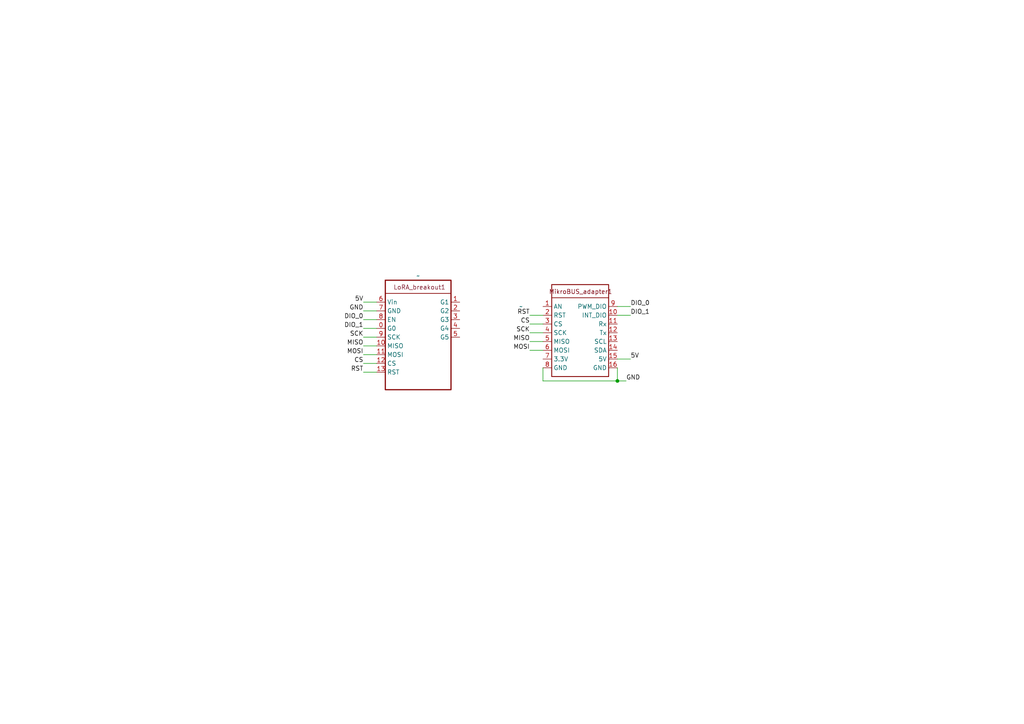
<source format=kicad_sch>
(kicad_sch (version 20231120) (generator "eeschema") (generator_version "8.0")
  (paper "A4")
  (lib_symbols
    (symbol "Custom_SKAI:LoRA_breakout"
      (property "Reference" "LoRA_breakout" (at -0.254 0.508 0))
      (symbol "LoRA_breakout_1_1"
        (rectangle (start -10.16 2.54) (end 8.89 -29.21) (stroke (width 0.3302)))
        (polyline (pts (xy 8.89 -1.27) (xy -10.16 -1.27)) (stroke (width 0.2032)))
        (pin bidirectional line (at -12.7 -11.43 0) (length 2.54) (name "G0") (number "0"))
        (pin bidirectional line (at 11.43 -3.81 180) (length 2.54) (name "G1") (number "1"))
        (pin free line (at -12.7 -16.51 0) (length 2.54) (name "MISO") (number "10"))
        (pin free line (at -12.7 -19.05 0) (length 2.54) (name "MOSI") (number "11"))
        (pin input line (at -12.7 -21.59 0) (length 2.54) (name "CS") (number "12"))
        (pin free line (at -12.7 -24.13 0) (length 2.54) (name "RST") (number "13"))
        (pin bidirectional line (at 11.43 -6.35 180) (length 2.54) (name "G2") (number "2"))
        (pin bidirectional line (at 11.43 -8.89 180) (length 2.54) (name "G3") (number "3"))
        (pin bidirectional line (at 11.43 -11.43 180) (length 2.54) (name "G4") (number "4"))
        (pin bidirectional line (at 11.43 -13.97 180) (length 2.54) (name "G5") (number "5"))
        (pin power_in line (at -12.7 -3.81 0) (length 2.54) (name "Vin") (number "6"))
        (pin passive line (at -12.7 -6.35 0) (length 2.54) (name "GND") (number "7"))
        (pin free line (at -12.7 -8.89 0) (length 2.54) (name "EN") (number "8"))
        (pin input line (at -12.7 -13.97 0) (length 2.54) (name "SCK") (number "9"))
      )
    )
    (symbol "Custom_SKAI:MikroBUS"
      (property "Reference" "MikroBUS_S" (at -0.508 11.938 0))
      (symbol "MikroBUS_1_1"
        (rectangle (start -8.89 13.97) (end 7.62 -12.7) (stroke (width 0.254)))
        (polyline (pts (xy -8.89 10.16) (xy 7.62 10.16)) (stroke (width 0.2032)))
        (pin bidirectional line (at -11.43 7.62 0) (length 2.54) (name "AN") (number "1"))
        (pin input line (at 10.16 5.08 180) (length 2.54) (name "INT_DIO") (number "10"))
        (pin input line (at 10.16 2.54 180) (length 2.54) (name "Rx") (number "11"))
        (pin output line (at 10.16 0 180) (length 2.54) (name "Tx") (number "12"))
        (pin input line (at 10.16 -2.54 180) (length 2.54) (name "SCL") (number "13"))
        (pin bidirectional line (at 10.16 -5.08 180) (length 2.54) (name "SDA") (number "14"))
        (pin input line (at 10.16 -7.62 180) (length 2.54) (name "5V") (number "15"))
        (pin free line (at 10.16 -10.16 180) (length 2.54) (name "GND") (number "16"))
        (pin input line (at -11.43 5.08 0) (length 2.54) (name "RST") (number "2"))
        (pin input line (at -11.43 2.54 0) (length 2.54) (name "CS") (number "3"))
        (pin input line (at -11.43 0 0) (length 2.54) (name "SCK") (number "4"))
        (pin output line (at -11.43 -2.54 0) (length 2.54) (name "MISO") (number "5"))
        (pin input line (at -11.43 -5.08 0) (length 2.54) (name "MOSI") (number "6"))
        (pin input line (at -11.43 -7.62 0) (length 2.54) (name "3.3V") (number "7"))
        (pin free line (at -11.43 -10.16 0) (length 2.54) (name "GND") (number "8"))
        (pin output line (at 10.16 7.62 180) (length 2.54) (name "PWM_DIO") (number "9"))
      )
    )
  )
  (junction (at 179.07 110.49))
  (wire (pts (xy 105.41 100.33) (xy 109.22 100.33)))
  (wire (pts (xy 105.41 107.95) (xy 109.22 107.95)))
  (wire (pts (xy 153.67 93.98) (xy 157.48 93.98)))
  (wire (pts (xy 153.67 96.52) (xy 157.48 96.52)))
  (wire (pts (xy 105.41 95.25) (xy 109.22 95.25)))
  (wire (pts (xy 157.48 110.49) (xy 179.07 110.49)))
  (wire (pts (xy 105.41 105.41) (xy 109.22 105.41)))
  (wire (pts (xy 105.41 92.71) (xy 109.22 92.71)))
  (wire (pts (xy 179.07 88.9) (xy 182.88 88.9)))
  (wire (pts (xy 105.41 97.79) (xy 109.22 97.79)))
  (wire (pts (xy 105.41 102.87) (xy 109.22 102.87)))
  (wire (pts (xy 157.48 106.68) (xy 157.48 110.49)))
  (wire (pts (xy 179.07 91.44) (xy 182.88 91.44)))
  (wire (pts (xy 181.61 110.49) (xy 179.07 110.49)))
  (wire (pts (xy 179.07 104.14) (xy 182.88 104.14)))
  (wire (pts (xy 105.41 87.63) (xy 109.22 87.63)))
  (wire (pts (xy 153.67 91.44) (xy 157.48 91.44)))
  (wire (pts (xy 179.07 110.49) (xy 179.07 106.68)))
  (wire (pts (xy 153.67 101.6) (xy 157.48 101.6)))
  (wire (pts (xy 105.41 90.17) (xy 109.22 90.17)))
  (wire (pts (xy 153.67 99.06) (xy 157.48 99.06)))
  (label "5V" (at 105.41 87.63 180))
  (label "RST" (at 153.67 91.44 180))
  (label "MISO" (at 153.67 99.06 180))
  (label "CS" (at 153.67 93.98 180))
  (label "MOSI" (at 153.67 101.6 180))
  (label "DIO_1" (at 105.41 95.25 180))
  (label "DIO_0" (at 182.88 88.9 0))
  (label "RST" (at 105.41 107.95 180))
  (label "CS" (at 105.41 105.41 180))
  (label "5V" (at 182.88 104.14 0))
  (label "SCK" (at 153.67 96.52 180))
  (label "GND" (at 181.61 110.49 0))
  (label "SCK" (at 105.41 97.79 180))
  (label "GND" (at 105.41 90.17 180))
  (label "DIO_0" (at 105.41 92.71 180))
  (label "MISO" (at 105.41 100.33 180))
  (label "DIO_1" (at 182.88 91.44 0))
  (label "MOSI" (at 105.41 102.87 180))
  (symbol (lib_id "Custom_SKAI:LoRA_breakout") (at 121.92 83.82 0) (unit 1)
    (property "Reference" "LoRA_breakout1" (at 121.666 83.312 0))
    (property "Value" "~" (at 121.285 80.01 0))
    (property "Footprint" "LoRA_µBUS:LoRA breakout" (effects (hide yes)))
  )
  (symbol (lib_id "Custom_SKAI:MikroBUS") (at 168.91 96.52 0) (unit 1)
    (property "Reference" "MikroBUS_adapter1" (at 168.402 84.582 0))
    (property "Value" "~" (at 151.13 88.9 0))
    (property "Footprint" "LoRA_µBUS:MikroBUS-LoraBreakout" (effects (hide yes)))
  )
)
</source>
